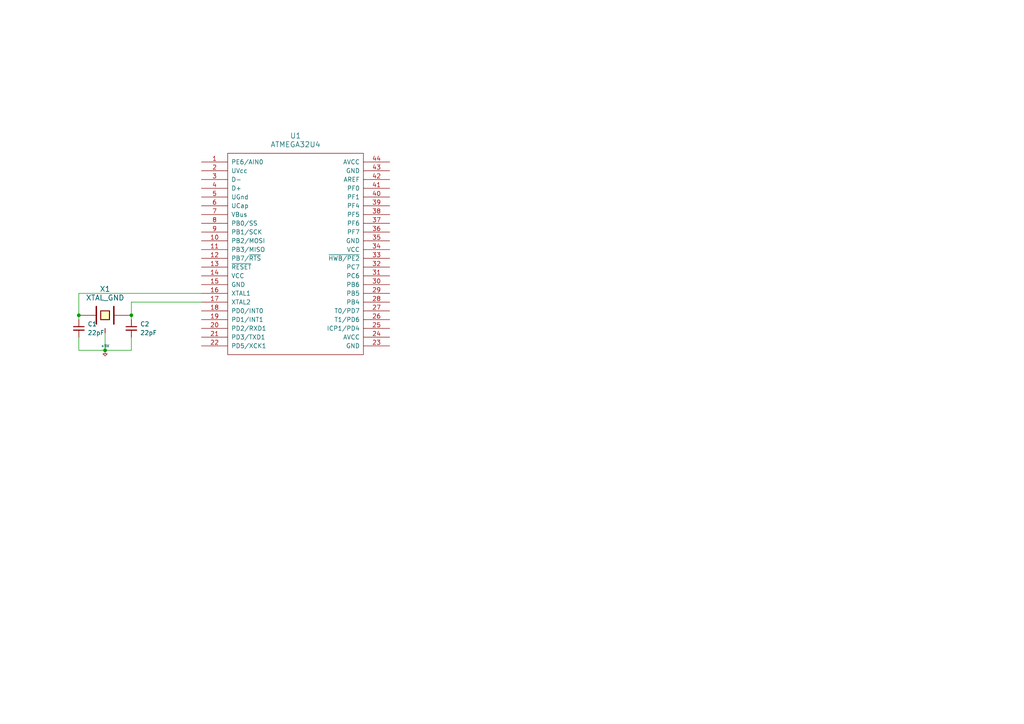
<source format=kicad_sch>
(kicad_sch (version 20230121) (generator eeschema)
  (paper "A4")
  (lib_symbols
    (symbol "Device:C_Small" (pin_numbers hide) (pin_names (offset 0.254) hide)
      (property "Reference" "C" (at 0.254 1.778 0))
      (property "Value" "C_Small" (at 0.254 -2.032 0))
      (symbol "C_Small_0_1"
        (polyline (pts (xy -1.524 -0.508) (xy 1.524 -0.508)) (stroke (width 0.3302)))
        (polyline (pts (xy -1.524 0.508) (xy 1.524 0.508)) (stroke (width 0.3048)))
      )
      (symbol "C_Small_1_1"
        (pin passive line (at 0 2.54 270) (length 2.032) (name "~") (number "1"))
        (pin passive line (at 0 -2.54 90) (length 2.032) (name "~") (number "2"))
      )
    )
    (symbol "Keyboard Parts:ATMEGA32U4" (pin_names (offset 1.016))
      (property "Reference" "U" (at 0 -31.75 0))
      (property "Value" "ATMEGA32U4" (at 0 31.75 0))
      (symbol "ATMEGA32U4_0_1"
        (rectangle (start 20.32 29.21) (end -19.05 -29.21))
      )
      (symbol "ATMEGA32U4_1_1"
        (pin bidirectional line (at -26.67 26.67 0) (length 7.62) (name "PE6/AIN0") (number "1"))
        (pin bidirectional line (at -26.67 3.81 0) (length 7.62) (name "PB2/MOSI") (number "10"))
        (pin bidirectional line (at -26.67 1.27 0) (length 7.62) (name "PB3/MISO") (number "11"))
        (pin bidirectional line (at -26.67 -1.27 0) (length 7.62) (name "PB7/~{RTS}") (number "12"))
        (pin input line (at -26.67 -3.81 0) (length 7.62) (name "~{RESET}") (number "13"))
        (pin power_in line (at -26.67 -6.35 0) (length 7.62) (name "VCC") (number "14"))
        (pin power_in line (at -26.67 -8.89 0) (length 7.62) (name "GND") (number "15"))
        (pin input line (at -26.67 -11.43 0) (length 7.62) (name "XTAL1") (number "16"))
        (pin output line (at -26.67 -13.97 0) (length 7.62) (name "XTAL2") (number "17"))
        (pin bidirectional line (at -26.67 -16.51 0) (length 7.62) (name "PD0/INT0") (number "18"))
        (pin bidirectional line (at -26.67 -19.05 0) (length 7.62) (name "PD1/INT1") (number "19"))
        (pin power_in line (at -26.67 24.13 0) (length 7.62) (name "UVcc") (number "2"))
        (pin bidirectional line (at -26.67 -21.59 0) (length 7.62) (name "PD2/RXD1") (number "20"))
        (pin bidirectional line (at -26.67 -24.13 0) (length 7.62) (name "PD3/TXD1") (number "21"))
        (pin bidirectional line (at -26.67 -26.67 0) (length 7.62) (name "PD5/XCK1") (number "22"))
        (pin power_in line (at 27.94 -26.67 180) (length 7.62) (name "GND") (number "23"))
        (pin power_in line (at 27.94 -24.13 180) (length 7.62) (name "AVCC") (number "24"))
        (pin bidirectional line (at 27.94 -21.59 180) (length 7.62) (name "ICP1/PD4") (number "25"))
        (pin bidirectional line (at 27.94 -19.05 180) (length 7.62) (name "T1/PD6") (number "26"))
        (pin bidirectional line (at 27.94 -16.51 180) (length 7.62) (name "T0/PD7") (number "27"))
        (pin bidirectional line (at 27.94 -13.97 180) (length 7.62) (name "PB4") (number "28"))
        (pin bidirectional line (at 27.94 -11.43 180) (length 7.62) (name "PB5") (number "29"))
        (pin bidirectional line (at -26.67 21.59 0) (length 7.62) (name "D-") (number "3"))
        (pin bidirectional line (at 27.94 -8.89 180) (length 7.62) (name "PB6") (number "30"))
        (pin bidirectional line (at 27.94 -6.35 180) (length 7.62) (name "PC6") (number "31"))
        (pin bidirectional line (at 27.94 -3.81 180) (length 7.62) (name "PC7") (number "32"))
        (pin bidirectional line (at 27.94 -1.27 180) (length 7.62) (name "~{HWB/PE2}") (number "33"))
        (pin power_in line (at 27.94 1.27 180) (length 7.62) (name "VCC") (number "34"))
        (pin power_in line (at 27.94 3.81 180) (length 7.62) (name "GND") (number "35"))
        (pin bidirectional line (at 27.94 6.35 180) (length 7.62) (name "PF7") (number "36"))
        (pin bidirectional line (at 27.94 8.89 180) (length 7.62) (name "PF6") (number "37"))
        (pin bidirectional line (at 27.94 11.43 180) (length 7.62) (name "PF5") (number "38"))
        (pin bidirectional line (at 27.94 13.97 180) (length 7.62) (name "PF4") (number "39"))
        (pin bidirectional line (at -26.67 19.05 0) (length 7.62) (name "D+") (number "4"))
        (pin bidirectional line (at 27.94 16.51 180) (length 7.62) (name "PF1") (number "40"))
        (pin bidirectional line (at 27.94 19.05 180) (length 7.62) (name "PF0") (number "41"))
        (pin input line (at 27.94 21.59 180) (length 7.62) (name "AREF") (number "42"))
        (pin power_in line (at 27.94 24.13 180) (length 7.62) (name "GND") (number "43"))
        (pin power_in line (at 27.94 26.67 180) (length 7.62) (name "AVCC") (number "44"))
        (pin power_in line (at -26.67 16.51 0) (length 7.62) (name "UGnd") (number "5"))
        (pin input line (at -26.67 13.97 0) (length 7.62) (name "UCap") (number "6"))
        (pin input line (at -26.67 11.43 0) (length 7.62) (name "VBus") (number "7"))
        (pin bidirectional line (at -26.67 8.89 0) (length 7.62) (name "PB0/SS") (number "8"))
        (pin bidirectional line (at -26.67 6.35 0) (length 7.62) (name "PB1/SCK") (number "9"))
      )
    )
    (symbol "Keyboard Parts:GND" (power) (pin_names (offset 0))
      (property "Value" "GND" (at 0 -2.54 0))
      (symbol "GND_0_0"
        (pin power_in line (at 0 0 90) (length 0) hide (name "+5V") (number "1"))
      )
      (symbol "GND_0_1"
        (polyline (pts (xy 0 -1.651) (xy 0.635 -1.016) (xy -0.635 -1.016) (xy 0 -1.651)))
      )
      (symbol "GND_1_1"
        (polyline (pts (xy 0 0) (xy 0 -1.016) (xy 0 -1.016)))
      )
    )
    (symbol "Keyboard Parts:XTAL_GND" (pin_numbers hide) (pin_names (offset 1.016) hide)
      (property "Reference" "X" (at 0 3.81 0))
      (property "Value" "XTAL_GND" (at 0 -3.81 0))
      (symbol "XTAL_GND_0_1"
        (polyline (pts (xy -2.54 2.54) (xy -2.54 -2.54)) (stroke (width 0.4064)))
        (polyline (pts (xy 2.54 2.54) (xy 2.54 -2.54)) (stroke (width 0.4064)))
        (polyline (pts (xy -1.27 1.27) (xy 1.27 1.27) (xy 1.27 -1.27) (xy -1.27 -1.27) (xy -1.27 1.27)) (stroke (width 0.3048)) (fill (type background)))
      )
      (symbol "XTAL_GND_1_1"
        (pin passive line (at -7.62 0 0) (length 5.08) (name "1") (number "1"))
        (pin passive line (at 7.62 0 180) (length 5.08) (name "2") (number "2"))
        (pin passive line (at 0 -5.08 90) (length 1.27) (name "~") (number "3"))
      )
    )
  )
  (junction (at 30.48 101.6))
  (junction (at 22.86 91.44))
  (junction (at 38.1 91.44))
  (wire (pts (xy 38.1 97.79) (xy 38.1 101.6)))
  (wire (pts (xy 30.48 96.52) (xy 30.48 101.6)))
  (wire (pts (xy 38.1 87.63) (xy 58.42 87.63)))
  (wire (pts (xy 22.86 97.79) (xy 22.86 101.6)))
  (wire (pts (xy 22.86 91.44) (xy 22.86 85.09)))
  (wire (pts (xy 38.1 101.6) (xy 30.48 101.6)))
  (wire (pts (xy 38.1 92.71) (xy 38.1 91.44)))
  (wire (pts (xy 38.1 91.44) (xy 38.1 87.63)))
  (wire (pts (xy 22.86 101.6) (xy 30.48 101.6)))
  (wire (pts (xy 22.86 85.09) (xy 58.42 85.09)))
  (wire (pts (xy 22.86 92.71) (xy 22.86 91.44)))
  (symbol (lib_id "Keyboard Parts:ATMEGA32U4") (at 85.09 73.66 0) (unit 1)
    (property "Reference" "U1" (at 85.725 39.37 0) (effects (font (size 1.524 1.524))))
    (property "Value" "ATMEGA32U4" (at 85.725 41.91 0) (effects (font (size 1.524 1.524))))
  )
  (symbol (lib_id "Device:C_Small") (at 38.1 95.25 0) (unit 1)
    (property "Reference" "C2" (at 40.64 93.9863 0) (effects (justify left)))
    (property "Value" "22pF" (at 40.64 96.5263 0) (effects (justify left)))
  )
  (symbol (lib_id "Keyboard Parts:GND") (at 30.48 101.6 0) (unit 1)
    (property "Reference" "#PWR01" (effects hide))
    (property "Value" "GND" (at 30.48 100.33 0) (effects (font (size 0.762 0.762))))
  )
  (symbol (lib_id "Keyboard Parts:XTAL_GND") (at 30.48 91.44 0) (unit 1)
    (property "Reference" "X1" (at 30.48 83.82 0) (effects (font (size 1.524 1.524))))
    (property "Value" "XTAL_GND" (at 30.48 86.36 0) (effects (font (size 1.524 1.524))))
  )
  (symbol (lib_id "Device:C_Small") (at 22.86 95.25 0) (unit 1)
    (property "Reference" "C1" (at 25.4 93.9863 0) (effects (justify left)))
    (property "Value" "22pF" (at 25.4 96.5263 0) (effects (justify left)))
  )
)
</source>
